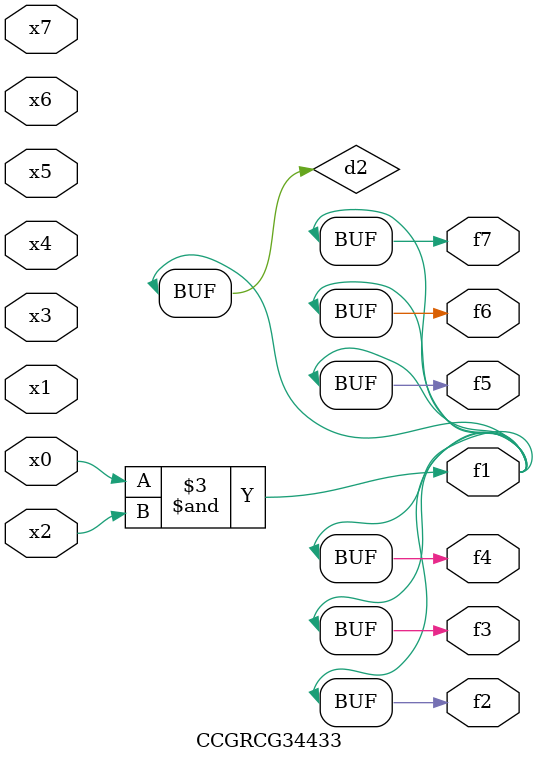
<source format=v>
module CCGRCG34433(
	input x0, x1, x2, x3, x4, x5, x6, x7,
	output f1, f2, f3, f4, f5, f6, f7
);

	wire d1, d2;

	nor (d1, x3, x6);
	and (d2, x0, x2);
	assign f1 = d2;
	assign f2 = d2;
	assign f3 = d2;
	assign f4 = d2;
	assign f5 = d2;
	assign f6 = d2;
	assign f7 = d2;
endmodule

</source>
